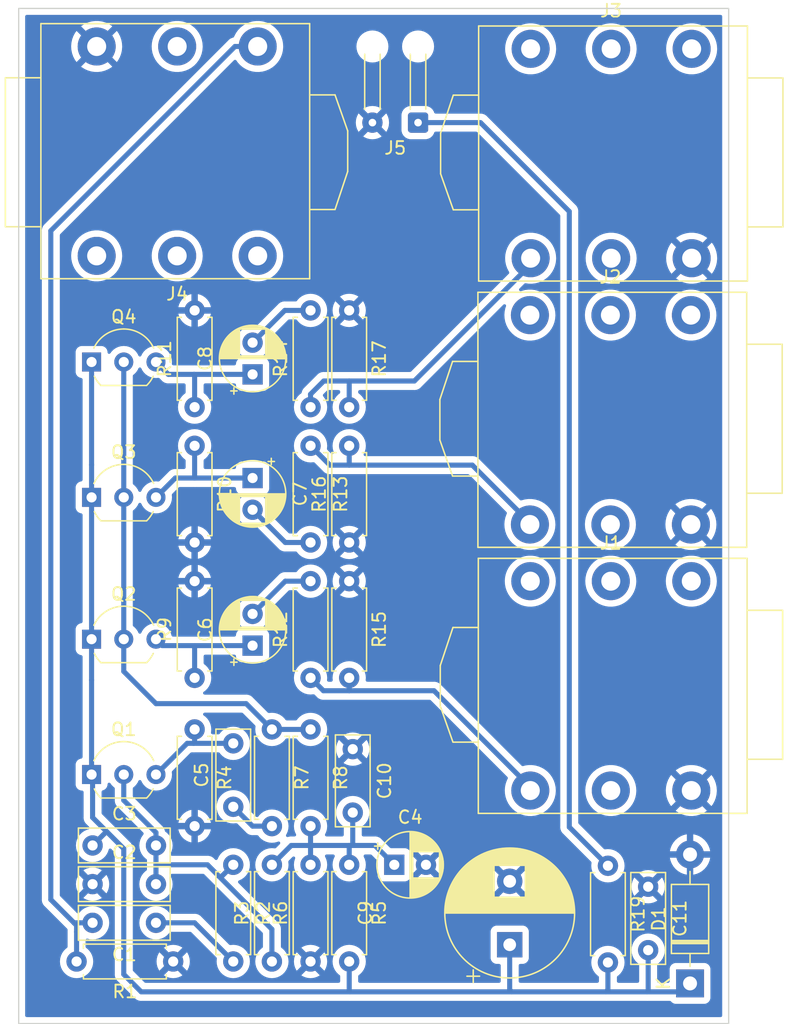
<source format=kicad_pcb>
(kicad_pcb (version 20211014) (generator pcbnew)
  (title_block (title "Enter Title On Page Setting Dialog") (rev "1") (company "Ashton Johnson"))
  (layers (0 "F.Cu" signal) (31 "B.Cu" signal) (35 "F.Paste" user) (37 "F.SilkS" user "F.Silkscreen") (39 "F.Mask" user) (44 "Edge.Cuts" user))
  (net 0 "")
  (net 1 "INPUT")
  (net 2 "Net-(C1-Pad1)")
  (net 3 "Net-(C2-Pad2)")
  (net 4 "GND")
  (net 5 "VR")
  (net 6 "Net-(C5-Pad2)")
  (net 7 "Net-(C5-Pad1)")
  (net 8 "Net-(C6-Pad2)")
  (net 9 "Net-(C6-Pad1)")
  (net 10 "Net-(C7-Pad2)")
  (net 11 "Net-(C7-Pad1)")
  (net 12 "+9V")
  (net 14 "Net-(C8-Pad2)")
  (net 15 "Net-(C8-Pad1)")
  (net 16 "OUTPUT2")
  (net 17 "9V")
  (net 21 "OUTPUT1")
  (net 30 "Net-(R14-Pad1)")
  (net 31 "Net-(Q2-Pad2)")
  (footprint "Capacitor_THT:CP_Radial_D5.0mm_P2.50mm" (layer "F.Cu") (at 92.448 48.84 90)
    (fp_text reference "C8" (at 1.25 -3.75 90) (layer "F.SilkS"))
    (fp_text value "2.2uF")
    (pad "1" thru_hole rect locked (at 0 0 90) (size 1.6 1.6) (drill 0.8) (layers *.Cu *.Mask) (net 15 "Net-(C8-Pad1)"))
    (pad "2" thru_hole circle locked (at 2.5 0 90) (size 1.6 1.6) (drill 0.8) (layers *.Cu *.Mask) (net 14 "Net-(C8-Pad2)"))
  )
  (footprint "Resistor_THT:R_Axial_DIN0207_L6.3mm_D2.5mm_P7.62mm_Horizontal" (layer "F.Cu") (at 87.876 76.82 -90)
    (fp_text reference "R4" (at 3.81 -2.37 90) (layer "F.SilkS"))
    (fp_text value "100k")
    (pad "1" thru_hole circle locked (at 0 0 270) (size 1.6 1.6) (drill 0.8) (layers *.Cu *.Mask) (net 6 "Net-(C5-Pad2)"))
    (pad "2" thru_hole oval locked (at 7.62 0 270) (size 1.6 1.6) (drill 0.8) (layers *.Cu *.Mask) (net 4 "GND"))
  )
  (footprint "Resistor_THT:R_Axial_DIN0207_L6.3mm_D2.5mm_P7.62mm_Horizontal" (layer "F.Cu") (at 86.185 95.108 180)
    (fp_text reference "R1" (at 3.81 -2.37) (layer "F.SilkS"))
    (fp_text value "1meg")
    (pad "1" thru_hole circle locked (at 0 0 180) (size 1.6 1.6) (drill 0.8) (layers *.Cu *.Mask) (net 4 "GND"))
    (pad "2" thru_hole oval locked (at 7.62 0 180) (size 1.6 1.6) (drill 0.8) (layers *.Cu *.Mask) (net 1 "INPUT"))
  )
  (footprint "Capacitor_THT:C_Rect_L7.0mm_W2.5mm_P5.00mm" (layer "F.Cu") (at 90.924 82.916 90)
    (fp_text reference "C5" (at 2.5 -2.5 90) (layer "F.SilkS"))
    (fp_text value "220nF")
    (pad "1" thru_hole circle locked (at 0 0 90) (size 1.6 1.6) (drill 0.8) (layers *.Cu *.Mask) (net 7 "Net-(C5-Pad1)"))
    (pad "2" thru_hole circle locked (at 5 0 90) (size 1.6 1.6) (drill 0.8) (layers *.Cu *.Mask) (net 6 "Net-(C5-Pad2)"))
  )
  (footprint "Capacitor_THT:C_Rect_L7.0mm_W2.5mm_P5.00mm" (layer "F.Cu") (at 84.828 92.06 180)
    (fp_text reference "C1" (at 2.5 -2.5) (layer "F.SilkS"))
    (fp_text value "220nF")
    (pad "1" thru_hole circle locked (at 0 0 180) (size 1.6 1.6) (drill 0.8) (layers *.Cu *.Mask) (net 2 "Net-(C1-Pad1)"))
    (pad "2" thru_hole circle locked (at 5 0 180) (size 1.6 1.6) (drill 0.8) (layers *.Cu *.Mask) (net 1 "INPUT"))
  )
  (footprint "Resistor_THT:R_Axial_DIN0207_L6.3mm_D2.5mm_P7.62mm_Horizontal" (layer "F.Cu") (at 93.972 95.108 90)
    (fp_text reference "R3" (at 3.81 -2.37 90) (layer "F.SilkS"))
    (fp_text value "470k")
    (pad "1" thru_hole circle locked (at 0 0 90) (size 1.6 1.6) (drill 0.8) (layers *.Cu *.Mask) (net 3 "Net-(C2-Pad2)"))
    (pad "2" thru_hole oval locked (at 7.62 0 90) (size 1.6 1.6) (drill 0.8) (layers *.Cu *.Mask) (net 5 "VR"))
  )
  (footprint "Resistor_THT:R_Axial_DIN0207_L6.3mm_D2.5mm_P7.62mm_Horizontal" (layer "F.Cu") (at 87.876 54.468 -90)
    (fp_text reference "R10" (at 3.81 -2.37 90) (layer "F.SilkS"))
    (fp_text value "10k")
    (pad "1" thru_hole circle locked (at 0 0 270) (size 1.6 1.6) (drill 0.8) (layers *.Cu *.Mask) (net 11 "Net-(C7-Pad1)"))
    (pad "2" thru_hole oval locked (at 7.62 0 270) (size 1.6 1.6) (drill 0.8) (layers *.Cu *.Mask) (net 4 "GND"))
  )
  (footprint "Resistor_THT:R_Axial_DIN0207_L6.3mm_D2.5mm_P7.62mm_Horizontal" (layer "F.Cu") (at 100.068 43.8 -90)
    (fp_text reference "R17" (at 3.81 -2.37 90) (layer "F.SilkS"))
    (fp_text value "100k")
    (pad "1" thru_hole circle locked (at 0 0 270) (size 1.6 1.6) (drill 0.8) (layers *.Cu *.Mask) (net 4 "GND"))
    (pad "2" thru_hole oval locked (at 7.62 0 270) (size 1.6 1.6) (drill 0.8) (layers *.Cu *.Mask) (net 30 "Net-(R14-Pad1)"))
  )
  (footprint "Resistor_THT:R_Axial_DIN0207_L6.3mm_D2.5mm_P7.62mm_Horizontal" (layer "F.Cu") (at 87.876 51.42 90)
    (fp_text reference "R11" (at 3.81 -2.37 90) (layer "F.SilkS"))
    (fp_text value "10k")
    (pad "1" thru_hole circle locked (at 0 0 90) (size 1.6 1.6) (drill 0.8) (layers *.Cu *.Mask) (net 15 "Net-(C8-Pad1)"))
    (pad "2" thru_hole oval locked (at 7.62 0 90) (size 1.6 1.6) (drill 0.8) (layers *.Cu *.Mask) (net 4 "GND"))
  )
  (footprint "Resistor_THT:R_Axial_DIN0207_L6.3mm_D2.5mm_P7.62mm_Horizontal" (layer "F.Cu") (at 97.02 51.42 90)
    (fp_text reference "R14" (at 3.81 -2.37 90) (layer "F.SilkS"))
    (fp_text value "1k")
    (pad "1" thru_hole circle locked (at 0 0 90) (size 1.6 1.6) (drill 0.8) (layers *.Cu *.Mask) (net 30 "Net-(R14-Pad1)"))
    (pad "2" thru_hole oval locked (at 7.62 0 90) (size 1.6 1.6) (drill 0.8) (layers *.Cu *.Mask) (net 14 "Net-(C8-Pad2)"))
  )
  (footprint "Resistor_THT:R_Axial_DIN0207_L6.3mm_D2.5mm_P7.62mm_Horizontal" (layer "F.Cu") (at 100.068 65.136 -90)
    (fp_text reference "R15" (at 3.81 -2.37 90) (layer "F.SilkS"))
    (fp_text value "100k")
    (pad "1" thru_hole circle locked (at 0 0 270) (size 1.6 1.6) (drill 0.8) (layers *.Cu *.Mask) (net 4 "GND"))
    (pad "2" thru_hole oval locked (at 7.62 0 270) (size 1.6 1.6) (drill 0.8) (layers *.Cu *.Mask) (net 21 "OUTPUT1"))
  )
  (footprint "Resistor_THT:R_Axial_DIN0207_L6.3mm_D2.5mm_P7.62mm_Horizontal" (layer "F.Cu") (at 97.02 54.468 -90)
    (fp_text reference "R13" (at 3.81 -2.37 90) (layer "F.SilkS"))
    (fp_text value "1k")
    (pad "1" thru_hole circle locked (at 0 0 270) (size 1.6 1.6) (drill 0.8) (layers *.Cu *.Mask) (net 16 "OUTPUT2"))
    (pad "2" thru_hole oval locked (at 7.62 0 270) (size 1.6 1.6) (drill 0.8) (layers *.Cu *.Mask) (net 10 "Net-(C7-Pad2)"))
  )
  (footprint "Resistor_THT:R_Axial_DIN0207_L6.3mm_D2.5mm_P7.62mm_Horizontal" (layer "F.Cu") (at 87.876 72.756 90)
    (fp_text reference "R9" (at 3.81 -2.37 90) (layer "F.SilkS"))
    (fp_text value "10k")
    (pad "1" thru_hole circle locked (at 0 0 90) (size 1.6 1.6) (drill 0.8) (layers *.Cu *.Mask) (net 9 "Net-(C6-Pad1)"))
    (pad "2" thru_hole oval locked (at 7.62 0 90) (size 1.6 1.6) (drill 0.8) (layers *.Cu *.Mask) (net 4 "GND"))
  )
  (footprint "Resistor_THT:R_Axial_DIN0207_L6.3mm_D2.5mm_P7.62mm_Horizontal" (layer "F.Cu") (at 100.068 62.088 90)
    (fp_text reference "R16" (at 3.81 -2.37 90) (layer "F.SilkS"))
    (fp_text value "100k")
    (pad "1" thru_hole circle locked (at 0 0 90) (size 1.6 1.6) (drill 0.8) (layers *.Cu *.Mask) (net 4 "GND"))
    (pad "2" thru_hole oval locked (at 7.62 0 90) (size 1.6 1.6) (drill 0.8) (layers *.Cu *.Mask) (net 16 "OUTPUT2"))
  )
  (footprint "Resistor_THT:R_Axial_DIN0207_L6.3mm_D2.5mm_P7.62mm_Horizontal" (layer "F.Cu") (at 97.02 72.756 90)
    (fp_text reference "R12" (at 3.81 -2.37 90) (layer "F.SilkS"))
    (fp_text value "1k")
    (pad "1" thru_hole circle locked (at 0 0 90) (size 1.6 1.6) (drill 0.8) (layers *.Cu *.Mask) (net 21 "OUTPUT1"))
    (pad "2" thru_hole oval locked (at 7.62 0 90) (size 1.6 1.6) (drill 0.8) (layers *.Cu *.Mask) (net 8 "Net-(C6-Pad2)"))
  )
  (footprint "Package_TO_SOT_THT:TO-92_Inline_Wide" (layer "F.Cu") (at 79.748 69.708)
    (fp_text reference "Q2" (at 2.54 -3.56) (layer "F.SilkS"))
    (fp_text value "BC550")
    (pad "1" thru_hole rect locked (at 0 0) (size 1.5 1.5) (drill 0.8) (layers *.Cu *.Mask) (net 12 "+9V"))
    (pad "2" thru_hole circle locked (at 2.54 0) (size 1.5 1.5) (drill 0.8) (layers *.Cu *.Mask) (net 31 "Net-(Q2-Pad2)"))
    (pad "3" thru_hole circle locked (at 5.08 0) (size 1.5 1.5) (drill 0.8) (layers *.Cu *.Mask) (net 9 "Net-(C6-Pad1)"))
  )
  (footprint "Capacitor_THT:CP_Radial_D5.0mm_P2.50mm" (layer "F.Cu") (at 92.448 57.008 -90)
    (fp_text reference "C7" (at 1.25 -3.75 90) (layer "F.SilkS"))
    (fp_text value "2.2uF")
    (pad "1" thru_hole rect locked (at 0 0 270) (size 1.6 1.6) (drill 0.8) (layers *.Cu *.Mask) (net 11 "Net-(C7-Pad1)"))
    (pad "2" thru_hole circle locked (at 2.5 0 270) (size 1.6 1.6) (drill 0.8) (layers *.Cu *.Mask) (net 10 "Net-(C7-Pad2)"))
  )
  (footprint "Capacitor_THT:CP_Radial_D5.0mm_P2.50mm" (layer "F.Cu") (at 92.448 70.216 90)
    (fp_text reference "C6" (at 1.25 -3.75 90) (layer "F.SilkS"))
    (fp_text value "2.2uF")
    (pad "1" thru_hole rect locked (at 0 0 90) (size 1.6 1.6) (drill 0.8) (layers *.Cu *.Mask) (net 9 "Net-(C6-Pad1)"))
    (pad "2" thru_hole circle locked (at 2.5 0 90) (size 1.6 1.6) (drill 0.8) (layers *.Cu *.Mask) (net 8 "Net-(C6-Pad2)"))
  )
  (footprint "Capacitor_THT:C_Rect_L7.0mm_W2.5mm_P5.00mm" (layer "F.Cu") (at 79.828 85.964)
    (fp_text reference "C3" (at 2.5 -2.5) (layer "F.SilkS"))
    (fp_text value "100p")
    (pad "1" thru_hole circle locked (at 0 0) (size 1.6 1.6) (drill 0.8) (layers *.Cu *.Mask) (net 12 "+9V"))
    (pad "2" thru_hole circle locked (at 5 0) (size 1.6 1.6) (drill 0.8) (layers *.Cu *.Mask) (net 3 "Net-(C2-Pad2)"))
  )
  (footprint "Capacitor_THT:C_Rect_L7.0mm_W2.5mm_P5.00mm" (layer "F.Cu") (at 79.828 89.012)
    (fp_text reference "C2" (at 2.5 -2.5) (layer "F.SilkS"))
    (fp_text value "1n")
    (pad "1" thru_hole circle locked (at 0 0) (size 1.6 1.6) (drill 0.8) (layers *.Cu *.Mask) (net 4 "GND"))
    (pad "2" thru_hole circle locked (at 5 0) (size 1.6 1.6) (drill 0.8) (layers *.Cu *.Mask) (net 3 "Net-(C2-Pad2)"))
  )
  (footprint "Capacitor_THT:CP_Radial_D5.0mm_P2.50mm" (layer "F.Cu") (at 103.624 87.488)
    (fp_text reference "C4" (at 1.25 -3.75) (layer "F.SilkS"))
    (fp_text value "10uF")
    (pad "1" thru_hole rect locked (at 0 0) (size 1.6 1.6) (drill 0.8) (layers *.Cu *.Mask) (net 5 "VR"))
    (pad "2" thru_hole circle locked (at 2.5 0) (size 1.6 1.6) (drill 0.8) (layers *.Cu *.Mask) (net 4 "GND"))
  )
  (footprint "Resistor_THT:R_Axial_DIN0207_L6.3mm_D2.5mm_P7.62mm_Horizontal" (layer "F.Cu") (at 93.972 76.82 -90)
    (fp_text reference "R7" (at 3.81 -2.37 90) (layer "F.SilkS"))
    (fp_text value "1k")
    (pad "1" thru_hole circle locked (at 0 0 270) (size 1.6 1.6) (drill 0.8) (layers *.Cu *.Mask) (net 31 "Net-(Q2-Pad2)"))
    (pad "2" thru_hole oval locked (at 7.62 0 270) (size 1.6 1.6) (drill 0.8) (layers *.Cu *.Mask) (net 7 "Net-(C5-Pad1)"))
  )
  (footprint "Resistor_THT:R_Axial_DIN0207_L6.3mm_D2.5mm_P7.62mm_Horizontal" (layer "F.Cu") (at 97.02 76.82 -90)
    (fp_text reference "R8" (at 3.81 -2.37 90) (layer "F.SilkS"))
    (fp_text value "470k")
    (pad "1" thru_hole circle locked (at 0 0 270) (size 1.6 1.6) (drill 0.8) (layers *.Cu *.Mask) (net 31 "Net-(Q2-Pad2)"))
    (pad "2" thru_hole oval locked (at 7.62 0 270) (size 1.6 1.6) (drill 0.8) (layers *.Cu *.Mask) (net 5 "VR"))
  )
  (footprint "Resistor_THT:R_Axial_DIN0207_L6.3mm_D2.5mm_P7.62mm_Horizontal" (layer "F.Cu") (at 90.924 87.488 -90)
    (fp_text reference "R2" (at 3.81 -2.37 90) (layer "F.SilkS"))
    (fp_text value "1k")
    (pad "1" thru_hole circle locked (at 0 0 270) (size 1.6 1.6) (drill 0.8) (layers *.Cu *.Mask) (net 3 "Net-(C2-Pad2)"))
    (pad "2" thru_hole oval locked (at 7.62 0 270) (size 1.6 1.6) (drill 0.8) (layers *.Cu *.Mask) (net 2 "Net-(C1-Pad1)"))
  )
  (footprint "Resistor_THT:R_Axial_DIN0207_L6.3mm_D2.5mm_P7.62mm_Horizontal" (layer "F.Cu") (at 97.02 95.108 90)
    (fp_text reference "R6" (at 3.81 -2.37 90) (layer "F.SilkS"))
    (fp_text value "22k")
    (pad "1" thru_hole circle locked (at 0 0 90) (size 1.6 1.6) (drill 0.8) (layers *.Cu *.Mask) (net 4 "GND"))
    (pad "2" thru_hole oval locked (at 7.62 0 90) (size 1.6 1.6) (drill 0.8) (layers *.Cu *.Mask) (net 5 "VR"))
  )
  (footprint "Resistor_THT:R_Axial_DIN0207_L6.3mm_D2.5mm_P7.62mm_Horizontal" (layer "F.Cu") (at 100.068 87.488 -90)
    (fp_text reference "R5" (at 3.81 -2.37 90) (layer "F.SilkS"))
    (fp_text value "22k")
    (pad "1" thru_hole circle locked (at 0 0 270) (size 1.6 1.6) (drill 0.8) (layers *.Cu *.Mask) (net 5 "VR"))
    (pad "2" thru_hole oval locked (at 7.62 0 270) (size 1.6 1.6) (drill 0.8) (layers *.Cu *.Mask) (net 12 "+9V"))
  )
  (footprint "Package_TO_SOT_THT:TO-92_Inline_Wide" (layer "F.Cu") (at 79.748 58.532)
    (fp_text reference "Q3" (at 2.54 -3.56) (layer "F.SilkS"))
    (fp_text value "BC550")
    (pad "1" thru_hole rect locked (at 0 0) (size 1.5 1.5) (drill 0.8) (layers *.Cu *.Mask) (net 12 "+9V"))
    (pad "2" thru_hole circle locked (at 2.54 0) (size 1.5 1.5) (drill 0.8) (layers *.Cu *.Mask) (net 31 "Net-(Q2-Pad2)"))
    (pad "3" thru_hole circle locked (at 5.08 0) (size 1.5 1.5) (drill 0.8) (layers *.Cu *.Mask) (net 11 "Net-(C7-Pad1)"))
  )
  (footprint "Package_TO_SOT_THT:TO-92_Inline_Wide" (layer "F.Cu") (at 79.748 80.376)
    (fp_text reference "Q1" (at 2.54 -3.56) (layer "F.SilkS"))
    (fp_text value "BC550")
    (pad "1" thru_hole rect locked (at 0 0) (size 1.5 1.5) (drill 0.8) (layers *.Cu *.Mask) (net 12 "+9V"))
    (pad "2" thru_hole circle locked (at 2.54 0) (size 1.5 1.5) (drill 0.8) (layers *.Cu *.Mask) (net 3 "Net-(C2-Pad2)"))
    (pad "3" thru_hole circle locked (at 5.08 0) (size 1.5 1.5) (drill 0.8) (layers *.Cu *.Mask) (net 6 "Net-(C5-Pad2)"))
  )
  (footprint "Package_TO_SOT_THT:TO-92_Inline_Wide" (layer "F.Cu") (at 79.748 47.864)
    (fp_text reference "Q4" (at 2.54 -3.56) (layer "F.SilkS"))
    (fp_text value "BC550")
    (pad "1" thru_hole rect locked (at 0 0) (size 1.5 1.5) (drill 0.8) (layers *.Cu *.Mask) (net 12 "+9V"))
    (pad "2" thru_hole circle locked (at 2.54 0) (size 1.5 1.5) (drill 0.8) (layers *.Cu *.Mask) (net 31 "Net-(Q2-Pad2)"))
    (pad "3" thru_hole circle locked (at 5.08 0) (size 1.5 1.5) (drill 0.8) (layers *.Cu *.Mask) (net 15 "Net-(C8-Pad1)"))
  )
  (footprint "PartsStash:Jack_6.35mm_Rean_NYS215_Horizontal" (layer "F.Cu") (at 114.352 65.136)
    (fp_text reference "J1" (at 6.35 -3) (layer "F.SilkS"))
    (fp_text value "AudioJack3_Switch")
    (pad "R" thru_hole circle (at 6.35 0) (size 3 3) (drill 1.5) (layers *.Cu *.Mask))
    (pad "RN" thru_hole circle (at 6.35 16.5) (size 3 3) (drill 1.5) (layers *.Cu *.Mask))
    (pad "S" thru_hole circle (at 12.7 0) (size 3 3) (drill 1.5) (layers *.Cu *.Mask))
    (pad "SN" thru_hole circle (at 12.7 16.5) (size 3 3) (drill 1.5) (layers *.Cu *.Mask) (net 4 "GND"))
    (pad "T" thru_hole circle (at 0 0) (size 3 3) (drill 1.5) (layers *.Cu *.Mask))
    (pad "TN" thru_hole circle (at 0 16.5) (size 3 3) (drill 1.5) (layers *.Cu *.Mask) (net 21 "OUTPUT1"))
  )
  (footprint "Capacitor_THT:CP_Radial_D10.0mm_P5.00mm" (layer "F.Cu") (at 112.728 93.787 90)
    (fp_text reference "C9" (at 2.5 -11.39 90) (layer "F.SilkS"))
    (fp_text value "100uF")
    (pad "1" thru_hole rect locked (at 0 0 90) (size 2 2) (drill 1) (layers *.Cu *.Mask) (net 12 "+9V"))
    (pad "2" thru_hole circle locked (at 5 0 90) (size 2 2) (drill 1) (layers *.Cu *.Mask) (net 4 "GND"))
  )
  (footprint "Diode_THT:D_DO-41_SOD81_P10.16mm_Horizontal" (layer "F.Cu") (at 126.952 96.835 90)
    (fp_text reference "D1" (at 5.08 -2.47 90) (layer "F.SilkS"))
    (fp_text value "1N5817")
    (fp_text user "K" (at 0 -2.1 90) (layer "F.SilkS"))
    (pad "1" thru_hole rect locked (at 0 0 90) (size 2.2 2.2) (drill 1.1) (layers *.Cu *.Mask) (net 12 "+9V"))
    (pad "2" thru_hole oval locked (at 10.16 0 90) (size 2.2 2.2) (drill 1.1) (layers *.Cu *.Mask) (net 4 "GND"))
  )
  (footprint "Resistor_THT:R_Axial_DIN0207_L6.3mm_D2.5mm_P7.62mm_Horizontal" (layer "F.Cu") (at 120.475 87.564 -90)
    (fp_text reference "R19" (at 3.81 -2.37 90) (layer "F.SilkS"))
    (fp_text value "100")
    (pad "1" thru_hole circle locked (at 0 0 270) (size 1.6 1.6) (drill 0.8) (layers *.Cu *.Mask) (net 17 "9V"))
    (pad "2" thru_hole oval locked (at 7.62 0 270) (size 1.6 1.6) (drill 0.8) (layers *.Cu *.Mask) (net 12 "+9V"))
  )
  (footprint "Capacitor_THT:C_Rect_L7.0mm_W2.5mm_P5.00mm" (layer "F.Cu") (at 123.65 89.215 -90)
    (fp_text reference "C11" (at 2.5 -2.5 90) (layer "F.SilkS"))
    (fp_text value "1n")
    (pad "1" thru_hole circle locked (at 0 0 270) (size 1.6 1.6) (drill 0.8) (layers *.Cu *.Mask) (net 4 "GND"))
    (pad "2" thru_hole circle locked (at 5 0 270) (size 1.6 1.6) (drill 0.8) (layers *.Cu *.Mask) (net 12 "+9V"))
  )
  (footprint "Capacitor_THT:C_Rect_L7.0mm_W2.5mm_P5.00mm" (layer "F.Cu") (at 100.349 78.373 -90)
    (fp_text reference "C10" (at 2.5 -2.5 90) (layer "F.SilkS"))
    (fp_text value "1n")
    (pad "1" thru_hole circle locked (at 0 0 270) (size 1.6 1.6) (drill 0.8) (layers *.Cu *.Mask) (net 4 "GND"))
    (pad "2" thru_hole circle locked (at 5 0 270) (size 1.6 1.6) (drill 0.8) (layers *.Cu *.Mask) (net 5 "VR"))
  )
  (footprint "PartsStash:Jack_6.35mm_Rean_NYS215_Horizontal" (layer "F.Cu") (at 114.321 44.17)
    (fp_text reference "J2" (at 6.35 -3) (layer "F.SilkS"))
    (fp_text value "AudioJack3_Switch")
    (pad "R" thru_hole circle (at 6.35 0) (size 3 3) (drill 1.5) (layers *.Cu *.Mask))
    (pad "RN" thru_hole circle (at 6.35 16.5) (size 3 3) (drill 1.5) (layers *.Cu *.Mask))
    (pad "S" thru_hole circle (at 12.7 0) (size 3 3) (drill 1.5) (layers *.Cu *.Mask))
    (pad "SN" thru_hole circle (at 12.7 16.5) (size 3 3) (drill 1.5) (layers *.Cu *.Mask) (net 4 "GND"))
    (pad "T" thru_hole circle (at 0 0) (size 3 3) (drill 1.5) (layers *.Cu *.Mask))
    (pad "TN" thru_hole circle (at 0 16.5) (size 3 3) (drill 1.5) (layers *.Cu *.Mask) (net 16 "OUTPUT2"))
  )
  (footprint "Connector_Wire:SolderWire-0.1sqmm_1x02_P3.6mm_D0.4mm_OD1mm_Relief" (layer "F.Cu") (at 105.5 29 180)
    (fp_text reference "J5" (at 1.8 -2) (layer "F.SilkS"))
    (fp_text value "Conn_01x02_Female")
    (pad "" np_thru_hole circle locked (at 3.6 6 180) (size 1.5 1.5) (drill 1.5) (layers *.Cu *.Mask))
    (pad "" np_thru_hole circle locked (at 0 6 180) (size 1.5 1.5) (drill 1.5) (layers *.Cu *.Mask))
    (pad "1" thru_hole roundrect locked (at 0 0 180) (size 1.6 1.6) (drill 0.6) (layers *.Cu *.Mask) (roundrect_rratio 0.15625) (net 17 "9V"))
    (pad "2" thru_hole circle locked (at 3.6 0 180) (size 1.6 1.6) (drill 0.6) (layers *.Cu *.Mask) (net 4 "GND"))
  )
  (footprint "PartsStash:Jack_6.35mm_Rean_NYS215_Horizontal" (layer "F.Cu") (at 114.379 23.185)
    (fp_text reference "J3" (at 6.35 -3) (layer "F.SilkS"))
    (fp_text value "AudioJack3_Switch")
    (pad "R" thru_hole circle (at 6.35 0) (size 3 3) (drill 1.5) (layers *.Cu *.Mask))
    (pad "RN" thru_hole circle (at 6.35 16.5) (size 3 3) (drill 1.5) (layers *.Cu *.Mask))
    (pad "S" thru_hole circle (at 12.7 0) (size 3 3) (drill 1.5) (layers *.Cu *.Mask))
    (pad "SN" thru_hole circle (at 12.7 16.5) (size 3 3) (drill 1.5) (layers *.Cu *.Mask) (net 4 "GND"))
    (pad "T" thru_hole circle (at 0 0) (size 3 3) (drill 1.5) (layers *.Cu *.Mask))
    (pad "TN" thru_hole circle (at 0 16.5) (size 3 3) (drill 1.5) (layers *.Cu *.Mask) (net 30 "Net-(R14-Pad1)"))
  )
  (footprint "PartsStash:Jack_6.35mm_Rean_NYS215_Horizontal" (layer "F.Cu") (at 92.85 39.5 180)
    (fp_text reference "J4" (at 6.35 -3) (layer "F.SilkS"))
    (fp_text value "AudioJack3_Switch")
    (pad "R" thru_hole circle (at 6.35 0 180) (size 3 3) (drill 1.5) (layers *.Cu *.Mask))
    (pad "RN" thru_hole circle (at 6.35 16.5 180) (size 3 3) (drill 1.5) (layers *.Cu *.Mask))
    (pad "S" thru_hole circle (at 12.7 0 180) (size 3 3) (drill 1.5) (layers *.Cu *.Mask))
    (pad "SN" thru_hole circle (at 12.7 16.5 180) (size 3 3) (drill 1.5) (layers *.Cu *.Mask) (net 4 "GND"))
    (pad "T" thru_hole circle (at 0 0 180) (size 3 3) (drill 1.5) (layers *.Cu *.Mask))
    (pad "TN" thru_hole circle (at 0 16.5 180) (size 3 3) (drill 1.5) (layers *.Cu *.Mask) (net 1 "INPUT"))
  )
  (gr_rect (start 130 20) (end 74 100) (layer "Edge.Cuts") (width 0.1) (fill none))
  (segment (start 79.828 92.06) (end 78.387 92.06) (width 0.4) (layer "B.Cu") (net 1))
  (segment (start 78.3745 92.0725) (end 78.565 92.263) (width 0.4) (layer "B.Cu") (net 1))
  (segment (start 78.387 92.06) (end 78.3745 92.0725) (width 0.4) (layer "B.Cu") (net 1))
  (segment (start 76.533 37.526) (end 76.533 90.231) (width 0.4) (layer "B.Cu") (net 1))
  (segment (start 78.565 92.263) (end 78.565 92.771) (width 0.4) (layer "B.Cu") (net 1))
  (segment (start 78.565 92.771) (end 78.565 95.108) (width 0.4) (layer "B.Cu") (net 1))
  (segment (start 91.059 23) (end 76.533 37.526) (width 0.4) (layer "B.Cu") (net 1))
  (segment (start 92.85 23) (end 91.059 23) (width 0.4) (layer "B.Cu") (net 1))
  (segment (start 76.533 90.231) (end 78.3745 92.0725) (width 0.4) (layer "B.Cu") (net 1))
  (segment (start 87.876 92.06) (end 84.828 92.06) (width 0.4) (layer "B.Cu") (net 2))
  (segment (start 90.924 95.108) (end 87.876 92.06) (width 0.4) (layer "B.Cu") (net 2))
  (segment (start 84.828 84.948) (end 82.288 82.408) (width 0.4) (layer "B.Cu") (net 3))
  (segment (start 84.828 85.964) (end 84.828 84.948) (width 0.4) (layer "B.Cu") (net 3))
  (segment (start 82.288 82.408) (end 82.288 80.376) (width 0.4) (layer "B.Cu") (net 3))
  (segment (start 84.828 89.012) (end 84.828 87.488) (width 0.4) (layer "B.Cu") (net 3))
  (segment (start 84.828 87.488) (end 84.828 85.964) (width 0.4) (layer "B.Cu") (net 3))
  (segment (start 88.892 87.488) (end 84.828 87.488) (width 0.4) (layer "B.Cu") (net 3))
  (segment (start 93.972 95.108) (end 93.972 92.568) (width 0.4) (layer "B.Cu") (net 3))
  (segment (start 90.017 88.395) (end 89.799 88.395) (width 0.4) (layer "B.Cu") (net 3))
  (segment (start 89.799 88.395) (end 88.892 87.488) (width 0.4) (layer "B.Cu") (net 3))
  (segment (start 90.924 87.488) (end 90.017 88.395) (width 0.4) (layer "B.Cu") (net 3))
  (segment (start 93.972 92.568) (end 89.799 88.395) (width 0.4) (layer "B.Cu") (net 3))
  (segment (start 102.1 85.964) (end 103.624 87.488) (width 0.4) (layer "B.Cu") (net 5))
  (segment (start 100.068 85.964) (end 97.02 85.964) (width 0.4) (layer "B.Cu") (net 5))
  (segment (start 97.02 85.964) (end 95.496 85.964) (width 0.4) (layer "B.Cu") (net 5))
  (segment (start 97.02 87.488) (end 97.02 85.964) (width 0.4) (layer "B.Cu") (net 5))
  (segment (start 100.068 85.964) (end 100.068 87.488) (width 0.4) (layer "B.Cu") (net 5))
  (segment (start 97.02 84.44) (end 97.02 85.964) (width 0.4) (layer "B.Cu") (net 5))
  (segment (start 95.496 85.964) (end 93.972 87.488) (width 0.4) (layer "B.Cu") (net 5))
  (segment (start 100.349 83.373) (end 100.349 85.913) (width 0.4) (layer "B.Cu") (net 5))
  (segment (start 100.298 85.964) (end 102.1 85.964) (width 0.4) (layer "B.Cu") (net 5))
  (segment (start 100.349 85.913) (end 100.298 85.964) (width 0.4) (layer "B.Cu") (net 5))
  (segment (start 100.068 85.964) (end 100.298 85.964) (width 0.4) (layer "B.Cu") (net 5))
  (segment (start 90.924 77.916) (end 87.796 77.916) (width 0.4) (layer "B.Cu") (net 6))
  (segment (start 87.876 77.836) (end 87.796 77.916) (width 0.4) (layer "B.Cu") (net 6))
  (segment (start 87.796 77.916) (end 87.288 77.916) (width 0.4) (layer "B.Cu") (net 6))
  (segment (start 87.876 76.82) (end 87.876 77.836) (width 0.4) (layer "B.Cu") (net 6))
  (segment (start 87.288 77.916) (end 84.828 80.376) (width 0.4) (layer "B.Cu") (net 6))
  (segment (start 92.448 84.44) (end 90.924 82.916) (width 0.4) (layer "B.Cu") (net 7))
  (segment (start 93.972 84.44) (end 92.448 84.44) (width 0.4) (layer "B.Cu") (net 7))
  (segment (start 97.02 65.136) (end 95.028 65.136) (width 0.4) (layer "B.Cu") (net 8))
  (segment (start 95.028 65.136) (end 92.448 67.716) (width 0.4) (layer "B.Cu") (net 8))
  (segment (start 87.876 72.756) (end 87.876 70.216) (width 0.4) (layer "B.Cu") (net 9))
  (segment (start 85.336 70.216) (end 84.828 69.708) (width 0.4) (layer "B.Cu") (net 9))
  (segment (start 92.448 70.216) (end 85.336 70.216) (width 0.4) (layer "B.Cu") (net 9))
  (segment (start 97.02 62.088) (end 95.028 62.088) (width 0.4) (layer "B.Cu") (net 10))
  (segment (start 95.028 62.088) (end 92.448 59.508) (width 0.4) (layer "B.Cu") (net 10))
  (segment (start 86.352 57.008) (end 84.828 58.532) (width 0.4) (layer "B.Cu") (net 11))
  (segment (start 87.876 57.008) (end 86.352 57.008) (width 0.4) (layer "B.Cu") (net 11))
  (segment (start 92.448 57.008) (end 87.876 57.008) (width 0.4) (layer "B.Cu") (net 11))
  (segment (start 87.876 54.468) (end 87.876 57.008) (width 0.4) (layer "B.Cu") (net 11))
  (segment (start 79.748 58.532) (end 79.748 69.708) (width 0.4) (layer "B.Cu") (net 12))
  (segment (start 79.828 80.456) (end 79.748 80.376) (width 0.4) (layer "B.Cu") (net 12))
  (segment (start 123.65 97.403) (end 123.553 97.5) (width 0.4) (layer "B.Cu") (net 12))
  (segment (start 112.885 97.5) (end 100.125 97.5) (width 0.4) (layer "B.Cu") (net 12))
  (segment (start 126.952 96.835) (end 126.287 97.5) (width 0.4) (layer "B.Cu") (net 12))
  (segment (start 83.664 97.5) (end 82.288 96.124) (width 0.4) (layer "B.Cu") (net 12))
  (segment (start 79.828 83.761) (end 79.828 80.456) (width 0.4) (layer "B.Cu") (net 12))
  (segment (start 100.125 97.5) (end 83.664 97.5) (width 0.4) (layer "B.Cu") (net 12))
  (segment (start 82.288 96.124) (end 82.288 86.221) (width 0.4) (layer "B.Cu") (net 12))
  (segment (start 100.068 97.443) (end 100.125 97.5) (width 0.4) (layer "B.Cu") (net 12))
  (segment (start 79.748 72.932) (end 79.748 69.708) (width 0.4) (layer "B.Cu") (net 12))
  (segment (start 100.068 95.108) (end 100.068 97.443) (width 0.4) (layer "B.Cu") (net 12))
  (segment (start 120.475 97.343) (end 120.318 97.5) (width 0.4) (layer "B.Cu") (net 12))
  (segment (start 120.475 95.184) (end 120.475 97.343) (width 0.4) (layer "B.Cu") (net 12))
  (segment (start 126.287 97.5) (end 123.553 97.5) (width 0.4) (layer "B.Cu") (net 12))
  (segment (start 79.748 55.968) (end 79.748 58.532) (width 0.4) (layer "B.Cu") (net 12))
  (segment (start 120.318 97.5) (end 112.885 97.5) (width 0.4) (layer "B.Cu") (net 12))
  (segment (start 123.553 97.5) (end 120.318 97.5) (width 0.4) (layer "B.Cu") (net 12))
  (segment (start 79.828 85.964) (end 80.888 84.904) (width 0.4) (layer "B.Cu") (net 12))
  (segment (start 79.748 47.864) (end 79.748 55.968) (width 0.4) (layer "B.Cu") (net 12))
  (segment (start 80.971 84.904) (end 79.828 83.761) (width 0.4) (layer "B.Cu") (net 12))
  (segment (start 123.65 94.215) (end 123.65 97.403) (width 0.4) (layer "B.Cu") (net 12))
  (segment (start 112.728 93.787) (end 112.728 97.343) (width 0.4) (layer "B.Cu") (net 12))
  (segment (start 112.728 97.343) (end 112.885 97.5) (width 0.4) (layer "B.Cu") (net 12))
  (segment (start 79.748 80.376) (end 79.748 72.932) (width 0.4) (layer "B.Cu") (net 12))
  (segment (start 80.888 84.904) (end 80.971 84.904) (width 0.4) (layer "B.Cu") (net 12))
  (segment (start 82.288 86.221) (end 80.971 84.904) (width 0.4) (layer "B.Cu") (net 12))
  (segment (start 97.02 43.8) (end 94.988 43.8) (width 0.4) (layer "B.Cu") (net 14))
  (segment (start 94.988 43.8) (end 92.448 46.34) (width 0.4) (layer "B.Cu") (net 14))
  (segment (start 87.836 48.84) (end 85.804 48.84) (width 0.4) (layer "B.Cu") (net 15))
  (segment (start 92.448 48.84) (end 87.836 48.84) (width 0.4) (layer "B.Cu") (net 15))
  (segment (start 87.876 51.42) (end 87.876 48.88) (width 0.4) (layer "B.Cu") (net 15))
  (segment (start 87.876 48.88) (end 87.836 48.84) (width 0.4) (layer "B.Cu") (net 15))
  (segment (start 85.804 48.84) (end 84.828 47.864) (width 0.4) (layer "B.Cu") (net 15))
  (segment (start 109.78 55.992) (end 114.352 60.564) (width 0.4) (layer "B.Cu") (net 16))
  (segment (start 97.02 54.468) (end 98.544 55.992) (width 0.4) (layer "B.Cu") (net 16))
  (segment (start 98.544 55.992) (end 100.068 55.992) (width 0.4) (layer "B.Cu") (net 16))
  (segment (start 100.068 54.468) (end 100.068 55.992) (width 0.4) (layer "B.Cu") (net 16))
  (segment (start 100.068 55.992) (end 109.78 55.992) (width 0.4) (layer "B.Cu") (net 16))
  (segment (start 110.425 29) (end 117.427 36.002) (width 0.4) (layer "B.Cu") (net 17))
  (segment (start 105.5 29) (end 110.425 29) (width 0.4) (layer "B.Cu") (net 17))
  (segment (start 117.427 36.002) (end 117.427 84.516) (width 0.4) (layer "B.Cu") (net 17))
  (segment (start 117.427 84.516) (end 120.475 87.564) (width 0.4) (layer "B.Cu") (net 17))
  (segment (start 100.068 73.772) (end 98.036 73.772) (width 0.4) (layer "B.Cu") (net 21))
  (segment (start 100.068 72.756) (end 100.068 73.772) (width 0.4) (layer "B.Cu") (net 21))
  (segment (start 98.036 73.772) (end 97.02 72.756) (width 0.4) (layer "B.Cu") (net 21))
  (segment (start 106.758 73.772) (end 100.068 73.772) (width 0.4) (layer "B.Cu") (net 21))
  (segment (start 114.352 81.366) (end 106.758 73.772) (width 0.4) (layer "B.Cu") (net 21))
  (segment (start 100.068 49.362) (end 98.062 49.362) (width 0.4) (layer "B.Cu") (net 30))
  (segment (start 100.068 49.362) (end 100.068 51.42) (width 0.4) (layer "B.Cu") (net 30))
  (segment (start 98.062 49.362) (end 97.02 50.404) (width 0.4) (layer "B.Cu") (net 30))
  (segment (start 97.02 50.404) (end 97.02 51.42) (width 0.4) (layer "B.Cu") (net 30))
  (segment (start 114.352 40.218) (end 105.208 49.362) (width 0.4) (layer "B.Cu") (net 30))
  (segment (start 100.068 49.362) (end 105.208 49.362) (width 0.4) (layer "B.Cu") (net 30))
  (segment (start 82.288 47.864) (end 82.288 58.532) (width 0.4) (layer "B.Cu") (net 31))
  (segment (start 82.288 72.248) (end 82.288 69.708) (width 0.4) (layer "B.Cu") (net 31))
  (segment (start 84.828 74.788) (end 82.288 72.248) (width 0.4) (layer "B.Cu") (net 31))
  (segment (start 91.94 74.788) (end 84.828 74.788) (width 0.4) (layer "B.Cu") (net 31))
  (segment (start 93.972 76.82) (end 91.94 74.788) (width 0.4) (layer "B.Cu") (net 31))
  (segment (start 97.02 76.82) (end 93.972 76.82) (width 0.4) (layer "B.Cu") (net 31))
  (segment (start 82.288 69.708) (end 82.288 58.532) (width 0.4) (layer "B.Cu") (net 31))
  (zone (net 4) (net_name "GND") (layer "B.Cu") (connect_pads (clearance 0.508)) (min_thickness 0.254) (fill yes (thermal_gap 0.508) (thermal_bridge_width 0.508))
    (polygon (pts (xy 74 20) (xy 130 20) (xy 130 100) (xy 74 100)))
  )
)
</source>
